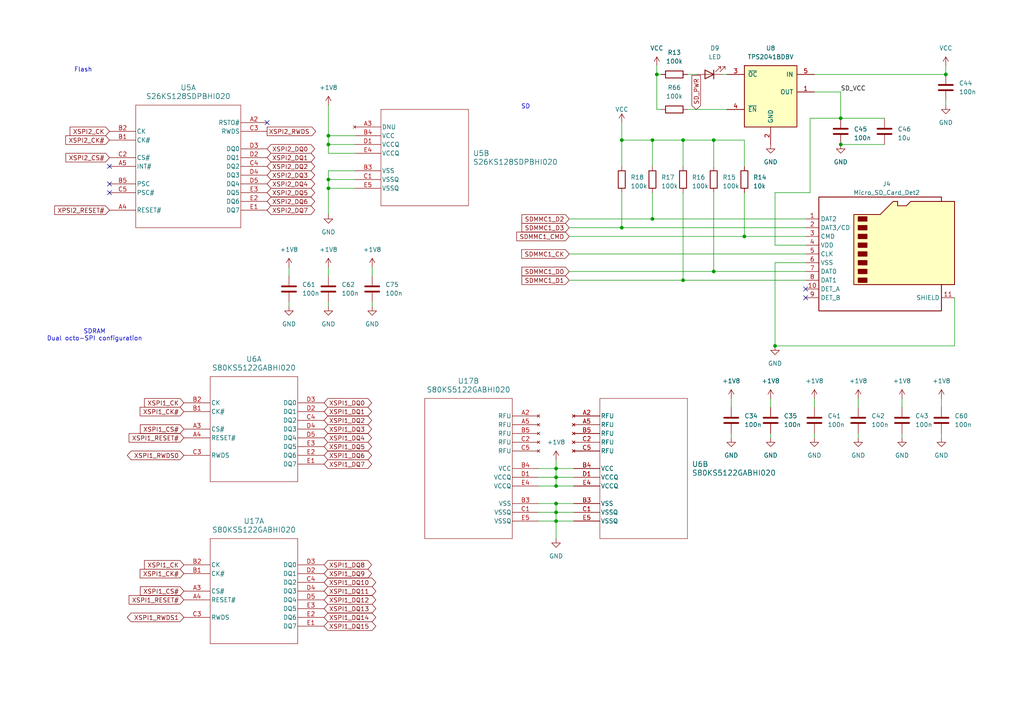
<source format=kicad_sch>
(kicad_sch (version 20231120) (generator "eeschema") (generator_version "8.0")
  (paper "A4")
  (lib_symbols
    (symbol "Connector:Micro_SD_Card_Det2"
      (property "Reference" "J" (at -16.51 17.78 0))
      (property "Value" "Micro_SD_Card_Det2" (at 16.51 17.78 0))
      (symbol "Micro_SD_Card_Det2_0_1"
        (rectangle (start -7.62 -6.985) (end -5.08 -8.255) (stroke (width 0.254)) (fill (type outline)))
        (rectangle (start -7.62 -4.445) (end -5.08 -5.715) (stroke (width 0.254)) (fill (type outline)))
        (rectangle (start -7.62 -1.905) (end -5.08 -3.175) (stroke (width 0.254)) (fill (type outline)))
        (rectangle (start -7.62 0.635) (end -5.08 -0.635) (stroke (width 0.254)) (fill (type outline)))
        (rectangle (start -7.62 3.175) (end -5.08 1.905) (stroke (width 0.254)) (fill (type outline)))
        (rectangle (start -7.62 5.715) (end -5.08 4.445) (stroke (width 0.254)) (fill (type outline)))
        (rectangle (start -7.62 8.255) (end -5.08 6.985) (stroke (width 0.254)) (fill (type outline)))
        (rectangle (start -7.62 10.795) (end -5.08 9.525) (stroke (width 0.254)) (fill (type outline)))
        (polyline (pts (xy 16.51 15.24) (xy 16.51 16.51) (xy -19.05 16.51) (xy -19.05 -16.51) (xy 16.51 -16.51) (xy 16.51 -8.89)) (stroke (width 0.254)))
        (polyline (pts (xy -8.89 -8.89) (xy -8.89 11.43) (xy -1.27 11.43) (xy 2.54 15.24) (xy 3.81 15.24) (xy 3.81 13.97) (xy 6.35 13.97) (xy 7.62 15.24) (xy 20.32 15.24) (xy 20.32 -8.89) (xy -8.89 -8.89)) (stroke (width 0.254)) (fill (type background)))
      )
      (symbol "Micro_SD_Card_Det2_1_1"
        (pin bidirectional line (at -22.86 10.16 0) (length 3.81) (name "DAT2") (number "1"))
        (pin passive line (at -22.86 -10.16 0) (length 3.81) (name "DET_A") (number "10"))
        (pin passive line (at 20.32 -12.7 180) (length 3.81) (name "SHIELD") (number "11"))
        (pin bidirectional line (at -22.86 7.62 0) (length 3.81) (name "DAT3/CD") (number "2"))
        (pin input line (at -22.86 5.08 0) (length 3.81) (name "CMD") (number "3"))
        (pin power_in line (at -22.86 2.54 0) (length 3.81) (name "VDD") (number "4"))
        (pin input line (at -22.86 0 0) (length 3.81) (name "CLK") (number "5"))
        (pin power_in line (at -22.86 -2.54 0) (length 3.81) (name "VSS") (number "6"))
        (pin bidirectional line (at -22.86 -5.08 0) (length 3.81) (name "DAT0") (number "7"))
        (pin bidirectional line (at -22.86 -7.62 0) (length 3.81) (name "DAT1") (number "8"))
        (pin passive line (at -22.86 -12.7 0) (length 3.81) (name "DET_B") (number "9"))
      )
    )
    (symbol "Device:C" (pin_numbers hide) (pin_names (offset 0.254))
      (property "Reference" "C" (at 0.635 2.54 0))
      (property "Value" "C" (at 0.635 -2.54 0))
      (symbol "C_0_1"
        (polyline (pts (xy -2.032 -0.762) (xy 2.032 -0.762)) (stroke (width 0.508)))
        (polyline (pts (xy -2.032 0.762) (xy 2.032 0.762)) (stroke (width 0.508)))
      )
      (symbol "C_1_1"
        (pin passive line (at 0 3.81 270) (length 2.794) (name "~") (number "1"))
        (pin passive line (at 0 -3.81 90) (length 2.794) (name "~") (number "2"))
      )
    )
    (symbol "Device:LED" (pin_numbers hide) (pin_names (offset 1.016) hide)
      (property "Reference" "D" (at 0 2.54 0))
      (property "Value" "LED" (at 0 -2.54 0))
      (symbol "LED_0_1"
        (polyline (pts (xy -1.27 -1.27) (xy -1.27 1.27)) (stroke (width 0.254)))
        (polyline (pts (xy -1.27 0) (xy 1.27 0)))
        (polyline (pts (xy 1.27 -1.27) (xy 1.27 1.27) (xy -1.27 0) (xy 1.27 -1.27)) (stroke (width 0.254)))
        (polyline (pts (xy -3.048 -0.762) (xy -4.572 -2.286) (xy -3.81 -2.286) (xy -4.572 -2.286) (xy -4.572 -1.524)))
        (polyline (pts (xy -1.778 -0.762) (xy -3.302 -2.286) (xy -2.54 -2.286) (xy -3.302 -2.286) (xy -3.302 -1.524)))
      )
      (symbol "LED_1_1"
        (pin passive line (at -3.81 0 0) (length 2.54) (name "K") (number "1"))
        (pin passive line (at 3.81 0 180) (length 2.54) (name "A") (number "2"))
      )
    )
    (symbol "Device:R" (pin_numbers hide) (pin_names (offset 0))
      (property "Reference" "R" (at 2.032 0 90))
      (property "Value" "R" (at 0 0 90))
      (symbol "R_0_1"
        (rectangle (start -1.016 -2.54) (end 1.016 2.54) (stroke (width 0.254)))
      )
      (symbol "R_1_1"
        (pin passive line (at 0 3.81 270) (length 1.27) (name "~") (number "1"))
        (pin passive line (at 0 -3.81 90) (length 1.27) (name "~") (number "2"))
      )
    )
    (symbol "GND_1" (power) (pin_numbers hide) (pin_names (offset 0) hide)
      (property "Value" "GND" (at 0 -3.81 0))
      (symbol "GND_1_0_1"
        (polyline (pts (xy 0 0) (xy 0 -1.27) (xy 1.27 -1.27) (xy 0 -2.54) (xy -1.27 -1.27) (xy 0 -1.27)))
      )
      (symbol "GND_1_1_1"
        (pin power_in line (at 0 0 270) (length 0) (name "~") (number "1"))
      )
    )
    (symbol "Infineon Flash:S26KS128SDPBHM020" (pin_names (offset 0.254))
      (property "Reference" "U" (at 22.86 12.7 0))
      (property "Value" "S26KS128SDPBHM020" (at 22.86 10.16 0))
      (symbol "S26KS128SDPBHM020_1_1"
        (polyline (pts (xy 7.62 -27.94) (xy 38.1 -27.94)) (stroke (width 0.127)))
        (polyline (pts (xy 7.62 7.62) (xy 7.62 -27.94)) (stroke (width 0.127)))
        (polyline (pts (xy 38.1 -27.94) (xy 38.1 7.62)) (stroke (width 0.127)))
        (polyline (pts (xy 38.1 7.62) (xy 7.62 7.62)) (stroke (width 0.127)))
        (pin output line (at 45.72 2.54 180) (length 7.62) (name "RSTO#") (number "A2"))
        (pin input line (at 0 -22.86 0) (length 7.62) (name "RESET#") (number "A4"))
        (pin input line (at 0 -10.16 0) (length 7.62) (name "INT#") (number "A5"))
        (pin input line (at 0 -2.54 0) (length 7.62) (name "CK#") (number "B1"))
        (pin input line (at 0 0 0) (length 7.62) (name "CK") (number "B2"))
        (pin input line (at 0 -15.24 0) (length 7.62) (name "PSC") (number "B5"))
        (pin input line (at 0 -7.62 0) (length 7.62) (name "CS#") (number "C2"))
        (pin output line (at 45.72 0 180) (length 7.62) (name "RWDS") (number "C3"))
        (pin bidirectional line (at 45.72 -10.16 180) (length 7.62) (name "DQ2") (number "C4"))
        (pin input line (at 0 -17.78 0) (length 7.62) (name "PSC#") (number "C5"))
        (pin bidirectional line (at 45.72 -7.62 180) (length 7.62) (name "DQ1") (number "D2"))
        (pin bidirectional line (at 45.72 -5.08 180) (length 7.62) (name "DQ0") (number "D3"))
        (pin bidirectional line (at 45.72 -12.7 180) (length 7.62) (name "DQ3") (number "D4"))
        (pin bidirectional line (at 45.72 -15.24 180) (length 7.62) (name "DQ4") (number "D5"))
        (pin bidirectional line (at 45.72 -22.86 180) (length 7.62) (name "DQ7") (number "E1"))
        (pin bidirectional line (at 45.72 -20.32 180) (length 7.62) (name "DQ6") (number "E2"))
        (pin bidirectional line (at 45.72 -17.78 180) (length 7.62) (name "DQ5") (number "E3"))
      )
      (symbol "S26KS128SDPBHM020_2_1"
        (polyline (pts (xy 7.62 -22.86) (xy 33.02 -22.86)) (stroke (width 0.127)))
        (polyline (pts (xy 7.62 5.08) (xy 7.62 -22.86)) (stroke (width 0.127)))
        (polyline (pts (xy 33.02 -22.86) (xy 33.02 5.08)) (stroke (width 0.127)))
        (polyline (pts (xy 33.02 5.08) (xy 7.62 5.08)) (stroke (width 0.127)))
        (pin no_connect line (at 0 0 0) (length 7.62) (name "DNU") (number "A3"))
        (pin power_out line (at 0 -12.7 0) (length 7.62) (name "VSS") (number "B3"))
        (pin power_in line (at 0 -2.54 0) (length 7.62) (name "VCC") (number "B4"))
        (pin power_out line (at 0 -15.24 0) (length 7.62) (name "VSSQ") (number "C1"))
        (pin power_in line (at 0 -5.08 0) (length 7.62) (name "VCCQ") (number "D1"))
        (pin power_in line (at 0 -7.62 0) (length 7.62) (name "VCCQ") (number "E4"))
        (pin power_out line (at 0 -17.78 0) (length 7.62) (name "VSSQ") (number "E5"))
      )
    )
    (symbol "Infineon HyperRAM:S80KS5122GABHI020" (pin_names (offset 0.254))
      (property "Reference" "U" (at 20.32 12.7 0))
      (property "Value" "S80KS5122GABHI020" (at 20.32 10.16 0))
      (symbol "S80KS5122GABHI020_1_1"
        (polyline (pts (xy 7.62 -22.86) (xy 33.02 -22.86)) (stroke (width 0.127)))
        (polyline (pts (xy 7.62 7.62) (xy 7.62 -22.86)) (stroke (width 0.127)))
        (polyline (pts (xy 33.02 -22.86) (xy 33.02 7.62)) (stroke (width 0.127)))
        (polyline (pts (xy 33.02 7.62) (xy 7.62 7.62)) (stroke (width 0.127)))
        (pin input line (at 0 -7.62 0) (length 7.62) (name "CS#") (number "A3"))
        (pin input line (at 0 -10.16 0) (length 7.62) (name "RESET#") (number "A4"))
        (pin input line (at 0 -2.54 0) (length 7.62) (name "CK#") (number "B1"))
        (pin input line (at 0 0 0) (length 7.62) (name "CK") (number "B2"))
        (pin bidirectional line (at 0 -15.24 0) (length 7.62) (name "RWDS") (number "C3"))
        (pin bidirectional line (at 40.64 -5.08 180) (length 7.62) (name "DQ2") (number "C4"))
        (pin bidirectional line (at 40.64 -2.54 180) (length 7.62) (name "DQ1") (number "D2"))
        (pin bidirectional line (at 40.64 0 180) (length 7.62) (name "DQ0") (number "D3"))
        (pin bidirectional line (at 40.64 -7.62 180) (length 7.62) (name "DQ3") (number "D4"))
        (pin bidirectional line (at 40.64 -10.16 180) (length 7.62) (name "DQ4") (number "D5"))
        (pin bidirectional line (at 40.64 -17.78 180) (length 7.62) (name "DQ7") (number "E1"))
        (pin bidirectional line (at 40.64 -15.24 180) (length 7.62) (name "DQ6") (number "E2"))
        (pin bidirectional line (at 40.64 -12.7 180) (length 7.62) (name "DQ5") (number "E3"))
      )
      (symbol "S80KS5122GABHI020_2_1"
        (polyline (pts (xy 7.62 -35.56) (xy 33.02 -35.56)) (stroke (width 0.127)))
        (polyline (pts (xy 7.62 5.08) (xy 7.62 -35.56)) (stroke (width 0.127)))
        (polyline (pts (xy 33.02 -35.56) (xy 33.02 5.08)) (stroke (width 0.127)))
        (polyline (pts (xy 33.02 5.08) (xy 7.62 5.08)) (stroke (width 0.127)))
        (pin no_connect line (at 0 0 0) (length 7.62) (name "RFU") (number "A2"))
        (pin no_connect line (at 0 -2.54 0) (length 7.62) (name "RFU") (number "A5"))
        (pin power_out line (at 0 -25.4 0) (length 7.62) (name "VSS") (number "B3"))
        (pin power_in line (at 0 -15.24 0) (length 7.62) (name "VCC") (number "B4"))
        (pin no_connect line (at 0 -5.08 0) (length 7.62) (name "RFU") (number "B5"))
        (pin power_out line (at 0 -27.94 0) (length 7.62) (name "VSSQ") (number "C1"))
        (pin no_connect line (at 0 -7.62 0) (length 7.62) (name "RFU") (number "C2"))
        (pin no_connect line (at 0 -10.16 0) (length 7.62) (name "RFU") (number "C5"))
        (pin power_in line (at 0 -17.78 0) (length 7.62) (name "VCCQ") (number "D1"))
        (pin power_in line (at 0 -20.32 0) (length 7.62) (name "VCCQ") (number "E4"))
        (pin power_out line (at 0 -30.48 0) (length 7.62) (name "VSSQ") (number "E5"))
      )
    )
    (symbol "Power_Management:TPS2041B" (pin_names (offset 1.016))
      (property "Reference" "U" (at 0 10.795 0))
      (property "Value" "TPS2041B" (at 0 8.89 0))
      (symbol "TPS2041B_0_1"
        (rectangle (start -7.62 7.62) (end 7.62 -10.16) (stroke (width 0.254)) (fill (type background)))
      )
      (symbol "TPS2041B_1_1"
        (pin power_out line (at 12.7 0 180) (length 5.08) (name "OUT") (number "1"))
        (pin power_in line (at 0 -15.24 90) (length 5.08) (name "GND") (number "2"))
        (pin open_collector line (at -12.7 5.08 0) (length 5.08) (name "~{OC}") (number "3"))
        (pin input line (at -12.7 -5.08 0) (length 5.08) (name "~{EN}") (number "4"))
        (pin power_in line (at 12.7 5.08 180) (length 5.08) (name "IN") (number "5"))
      )
    )
    (symbol "power:+1V8" (power) (pin_numbers hide) (pin_names (offset 0) hide)
      (property "Value" "+1V8" (at 0 3.556 0))
      (symbol "+1V8_0_1"
        (polyline (pts (xy -0.762 1.27) (xy 0 2.54)))
        (polyline (pts (xy 0 0) (xy 0 2.54)))
        (polyline (pts (xy 0 2.54) (xy 0.762 1.27)))
      )
      (symbol "+1V8_1_1"
        (pin power_in line (at 0 0 90) (length 0) (name "~") (number "1"))
      )
    )
    (symbol "power:GND" (power) (pin_names (offset 0))
      (property "Value" "GND" (at 0 -3.81 0))
      (symbol "GND_0_1"
        (polyline (pts (xy 0 0) (xy 0 -1.27) (xy 1.27 -1.27) (xy 0 -2.54) (xy -1.27 -1.27) (xy 0 -1.27)))
      )
      (symbol "GND_1_1"
        (pin power_in line (at 0 0 270) (length 0) hide (name "GND") (number "1"))
      )
    )
    (symbol "power:VCC" (power) (pin_names (offset 0))
      (property "Value" "VCC" (at 0 3.81 0))
      (symbol "VCC_0_1"
        (polyline (pts (xy -0.762 1.27) (xy 0 2.54)))
        (polyline (pts (xy 0 0) (xy 0 2.54)))
        (polyline (pts (xy 0 2.54) (xy 0.762 1.27)))
      )
      (symbol "VCC_1_1"
        (pin power_in line (at 0 0 90) (length 0) hide (name "VCC") (number "1"))
      )
    )
  )
  (junction (at 189.23 40.64))
  (junction (at 243.84 34.29))
  (junction (at 215.9 68.58))
  (junction (at 190.5 21.59))
  (junction (at 161.29 138.43))
  (junction (at 180.34 66.04))
  (junction (at 95.25 41.91))
  (junction (at 198.12 40.64))
  (junction (at 161.29 135.89))
  (junction (at 207.01 78.74))
  (junction (at 224.79 100.33))
  (junction (at 198.12 81.28))
  (junction (at 243.84 41.91))
  (junction (at 161.29 140.97))
  (junction (at 95.25 39.37))
  (junction (at 274.32 21.59))
  (junction (at 161.29 148.59))
  (junction (at 207.01 40.64))
  (junction (at 189.23 63.5))
  (junction (at 95.25 52.07))
  (junction (at 95.25 54.61))
  (junction (at 161.29 146.05))
  (junction (at 161.29 151.13))
  (junction (at 180.34 40.64))
  (no_connect (at 31.75 48.26))
  (no_connect (at 233.68 86.36))
  (no_connect (at 31.75 53.34))
  (no_connect (at 31.75 55.88))
  (no_connect (at 233.68 83.82))
  (no_connect (at 77.47 35.56))
  (wire (pts (xy 161.29 138.43) (xy 166.37 138.43)))
  (wire (pts (xy 156.21 148.59) (xy 161.29 148.59)))
  (wire (pts (xy 273.05 125.73) (xy 273.05 127)))
  (wire (pts (xy 224.79 76.2) (xy 224.79 100.33)))
  (wire (pts (xy 165.1 78.74) (xy 207.01 78.74)))
  (wire (pts (xy 165.1 63.5) (xy 189.23 63.5)))
  (wire (pts (xy 83.82 77.47) (xy 83.82 80.01)))
  (wire (pts (xy 243.84 34.29) (xy 256.54 34.29)))
  (wire (pts (xy 233.68 76.2) (xy 224.79 76.2)))
  (wire (pts (xy 190.5 31.75) (xy 191.77 31.75)))
  (wire (pts (xy 165.1 81.28) (xy 198.12 81.28)))
  (wire (pts (xy 95.25 54.61) (xy 95.25 62.23)))
  (wire (pts (xy 199.39 21.59) (xy 201.93 21.59)))
  (wire (pts (xy 165.1 73.66) (xy 233.68 73.66)))
  (wire (pts (xy 273.05 115.57) (xy 273.05 118.11)))
  (wire (pts (xy 236.22 26.67) (xy 243.84 26.67)))
  (wire (pts (xy 215.9 55.88) (xy 215.9 68.58)))
  (wire (pts (xy 189.23 55.88) (xy 189.23 63.5)))
  (wire (pts (xy 261.62 125.73) (xy 261.62 127)))
  (wire (pts (xy 161.29 146.05) (xy 161.29 148.59)))
  (wire (pts (xy 224.79 55.88) (xy 224.79 71.12)))
  (wire (pts (xy 180.34 35.56) (xy 180.34 40.64)))
  (wire (pts (xy 180.34 66.04) (xy 233.68 66.04)))
  (wire (pts (xy 189.23 63.5) (xy 233.68 63.5)))
  (wire (pts (xy 236.22 125.73) (xy 236.22 127)))
  (wire (pts (xy 190.5 19.05) (xy 190.5 21.59)))
  (wire (pts (xy 102.87 39.37) (xy 95.25 39.37)))
  (wire (pts (xy 95.25 39.37) (xy 95.25 30.48)))
  (wire (pts (xy 198.12 81.28) (xy 233.68 81.28)))
  (wire (pts (xy 161.29 133.35) (xy 161.29 135.89)))
  (wire (pts (xy 102.87 44.45) (xy 95.25 44.45)))
  (wire (pts (xy 276.86 100.33) (xy 224.79 100.33)))
  (wire (pts (xy 107.95 87.63) (xy 107.95 88.9)))
  (wire (pts (xy 207.01 55.88) (xy 207.01 78.74)))
  (wire (pts (xy 95.25 54.61) (xy 102.87 54.61)))
  (wire (pts (xy 223.52 115.57) (xy 223.52 118.11)))
  (wire (pts (xy 161.29 148.59) (xy 166.37 148.59)))
  (wire (pts (xy 234.95 55.88) (xy 224.79 55.88)))
  (wire (pts (xy 189.23 48.26) (xy 189.23 40.64)))
  (wire (pts (xy 189.23 40.64) (xy 198.12 40.64)))
  (wire (pts (xy 95.25 52.07) (xy 95.25 54.61)))
  (wire (pts (xy 223.52 125.73) (xy 223.52 127)))
  (wire (pts (xy 276.86 86.36) (xy 276.86 100.33)))
  (wire (pts (xy 95.25 52.07) (xy 102.87 52.07)))
  (wire (pts (xy 161.29 138.43) (xy 161.29 140.97)))
  (wire (pts (xy 198.12 40.64) (xy 198.12 48.26)))
  (wire (pts (xy 156.21 135.89) (xy 161.29 135.89)))
  (wire (pts (xy 234.95 34.29) (xy 234.95 55.88)))
  (wire (pts (xy 198.12 55.88) (xy 198.12 81.28)))
  (wire (pts (xy 212.09 125.73) (xy 212.09 127)))
  (wire (pts (xy 165.1 66.04) (xy 180.34 66.04)))
  (wire (pts (xy 190.5 21.59) (xy 190.5 31.75)))
  (wire (pts (xy 156.21 151.13) (xy 161.29 151.13)))
  (wire (pts (xy 161.29 140.97) (xy 156.21 140.97)))
  (wire (pts (xy 156.21 138.43) (xy 161.29 138.43)))
  (wire (pts (xy 248.92 125.73) (xy 248.92 127)))
  (wire (pts (xy 207.01 40.64) (xy 215.9 40.64)))
  (wire (pts (xy 165.1 68.58) (xy 215.9 68.58)))
  (wire (pts (xy 156.21 146.05) (xy 161.29 146.05)))
  (wire (pts (xy 161.29 135.89) (xy 161.29 138.43)))
  (wire (pts (xy 161.29 151.13) (xy 166.37 151.13)))
  (wire (pts (xy 233.68 71.12) (xy 224.79 71.12)))
  (wire (pts (xy 95.25 41.91) (xy 95.25 39.37)))
  (wire (pts (xy 212.09 115.57) (xy 212.09 118.11)))
  (wire (pts (xy 180.34 40.64) (xy 189.23 40.64)))
  (wire (pts (xy 95.25 44.45) (xy 95.25 41.91)))
  (wire (pts (xy 243.84 26.67) (xy 243.84 34.29)))
  (wire (pts (xy 95.25 77.47) (xy 95.25 80.01)))
  (wire (pts (xy 180.34 55.88) (xy 180.34 66.04)))
  (wire (pts (xy 95.25 49.53) (xy 95.25 52.07)))
  (wire (pts (xy 102.87 41.91) (xy 95.25 41.91)))
  (wire (pts (xy 207.01 78.74) (xy 233.68 78.74)))
  (wire (pts (xy 161.29 135.89) (xy 166.37 135.89)))
  (wire (pts (xy 243.84 34.29) (xy 234.95 34.29)))
  (wire (pts (xy 199.39 31.75) (xy 210.82 31.75)))
  (wire (pts (xy 207.01 40.64) (xy 207.01 48.26)))
  (wire (pts (xy 209.55 21.59) (xy 210.82 21.59)))
  (wire (pts (xy 161.29 140.97) (xy 166.37 140.97)))
  (wire (pts (xy 190.5 21.59) (xy 191.77 21.59)))
  (wire (pts (xy 83.82 87.63) (xy 83.82 88.9)))
  (wire (pts (xy 215.9 68.58) (xy 233.68 68.58)))
  (wire (pts (xy 198.12 40.64) (xy 207.01 40.64)))
  (wire (pts (xy 95.25 87.63) (xy 95.25 88.9)))
  (wire (pts (xy 161.29 148.59) (xy 161.29 151.13)))
  (wire (pts (xy 236.22 115.57) (xy 236.22 118.11)))
  (wire (pts (xy 274.32 19.05) (xy 274.32 21.59)))
  (wire (pts (xy 243.84 41.91) (xy 256.54 41.91)))
  (wire (pts (xy 236.22 21.59) (xy 274.32 21.59)))
  (wire (pts (xy 261.62 115.57) (xy 261.62 118.11)))
  (wire (pts (xy 107.95 77.47) (xy 107.95 80.01)))
  (wire (pts (xy 274.32 29.21) (xy 274.32 30.48)))
  (wire (pts (xy 102.87 49.53) (xy 95.25 49.53)))
  (wire (pts (xy 161.29 146.05) (xy 166.37 146.05)))
  (wire (pts (xy 180.34 40.64) (xy 180.34 48.26)))
  (wire (pts (xy 215.9 48.26) (xy 215.9 40.64)))
  (wire (pts (xy 248.92 115.57) (xy 248.92 118.11)))
  (wire (pts (xy 161.29 151.13) (xy 161.29 156.21)))
  (text "SDRAM\nDual octo-SPI configuration" (at 27.432 97.282 0) (effects (font (size 1.27 1.27))))
  (text "Flash" (at 24.13 20.32 0) (effects (font (size 1.27 1.27))))
  (text "SD" (at 151.13 31.75 0) (effects (font (size 1.27 1.27)) (justify left bottom)))
  (label "SD_VCC" (at 243.84 26.67 0))
  (global_label "XSPI2_RWDS" (shape output) (at 77.47 38.1 0) (property "Intersheetrefs" "${INTERSHEET_REFS}" (effects (hide yes))))
  (global_label "XSPI1_DQ10" (shape bidirectional) (at 93.98 168.91 0) (property "Intersheetrefs" "${INTERSHEET_REFS}" (effects (hide yes))))
  (global_label "XSPI1_DQ12" (shape bidirectional) (at 93.98 173.99 0) (property "Intersheetrefs" "${INTERSHEET_REFS}" (effects (hide yes))))
  (global_label "XSPI1_DQ4" (shape bidirectional) (at 93.98 127 0) (property "Intersheetrefs" "${INTERSHEET_REFS}" (effects (hide yes))))
  (global_label "XSPI1_DQ9" (shape bidirectional) (at 93.98 166.37 0) (property "Intersheetrefs" "${INTERSHEET_REFS}" (effects (hide yes))))
  (global_label "XSPI1_RESET#" (shape input) (at 53.34 127 180) (property "Intersheetrefs" "${INTERSHEET_REFS}" (effects (hide yes))))
  (global_label "XSPI1_CK" (shape input) (at 53.34 116.84 180) (property "Intersheetrefs" "${INTERSHEET_REFS}" (effects (hide yes))))
  (global_label "XSPI2_DQ5" (shape bidirectional) (at 77.47 55.88 0) (property "Intersheetrefs" "${INTERSHEET_REFS}" (effects (hide yes))))
  (global_label "SDMMC1_D0" (shape input) (at 165.1 78.74 180) (property "Intersheetrefs" "${INTERSHEET_REFS}" (effects (hide yes))))
  (global_label "SDMMC1_D1" (shape input) (at 165.1 81.28 180) (property "Intersheetrefs" "${INTERSHEET_REFS}" (effects (hide yes))))
  (global_label "XSPI1_DQ7" (shape bidirectional) (at 93.98 134.62 0) (property "Intersheetrefs" "${INTERSHEET_REFS}" (effects (hide yes))))
  (global_label "XSPI1_DQ0" (shape bidirectional) (at 93.98 116.84 0) (property "Intersheetrefs" "${INTERSHEET_REFS}" (effects (hide yes))))
  (global_label "XSPI1_DQ15" (shape bidirectional) (at 93.98 181.61 0) (property "Intersheetrefs" "${INTERSHEET_REFS}" (effects (hide yes))))
  (global_label "XSPI2_DQ4" (shape bidirectional) (at 77.47 53.34 0) (property "Intersheetrefs" "${INTERSHEET_REFS}" (effects (hide yes))))
  (global_label "XPSI2_RESET#" (shape input) (at 31.75 60.96 180) (property "Intersheetrefs" "${INTERSHEET_REFS}" (effects (hide yes))))
  (global_label "XSPI1_CS#" (shape input) (at 53.34 124.46 180) (property "Intersheetrefs" "${INTERSHEET_REFS}" (effects (hide yes))))
  (global_label "XSPI1_DQ2" (shape bidirectional) (at 93.98 121.92 0) (property "Intersheetrefs" "${INTERSHEET_REFS}" (effects (hide yes))))
  (global_label "SD_PWR" (shape input) (at 201.93 31.75 90) (property "Intersheetrefs" "${INTERSHEET_REFS}" (effects (hide yes))))
  (global_label "XSPI1_DQ5" (shape bidirectional) (at 93.98 129.54 0) (property "Intersheetrefs" "${INTERSHEET_REFS}" (effects (hide yes))))
  (global_label "XSPI2_DQ3" (shape bidirectional) (at 77.47 50.8 0) (property "Intersheetrefs" "${INTERSHEET_REFS}" (effects (hide yes))))
  (global_label "XSPI1_DQ3" (shape bidirectional) (at 93.98 124.46 0) (property "Intersheetrefs" "${INTERSHEET_REFS}" (effects (hide yes))))
  (global_label "XSPI1_CK#" (shape input) (at 53.34 166.37 180) (property "Intersheetrefs" "${INTERSHEET_REFS}" (effects (hide yes))))
  (global_label "XSPI2_CK#" (shape input) (at 31.75 40.64 180) (property "Intersheetrefs" "${INTERSHEET_REFS}" (effects (hide yes))))
  (global_label "XSPI2_DQ6" (shape bidirectional) (at 77.47 58.42 0) (property "Intersheetrefs" "${INTERSHEET_REFS}" (effects (hide yes))))
  (global_label "XSPI1_CK#" (shape input) (at 53.34 119.38 180) (property "Intersheetrefs" "${INTERSHEET_REFS}" (effects (hide yes))))
  (global_label "SDMMC1_D3" (shape input) (at 165.1 66.04 180) (property "Intersheetrefs" "${INTERSHEET_REFS}" (effects (hide yes))))
  (global_label "XSPI1_DQ14" (shape bidirectional) (at 93.98 179.07 0) (property "Intersheetrefs" "${INTERSHEET_REFS}" (effects (hide yes))))
  (global_label "XSPI1_CK" (shape input) (at 53.34 163.83 180) (property "Intersheetrefs" "${INTERSHEET_REFS}" (effects (hide yes))))
  (global_label "XSPI2_DQ2" (shape bidirectional) (at 77.47 48.26 0) (property "Intersheetrefs" "${INTERSHEET_REFS}" (effects (hide yes))))
  (global_label "XSPI1_DQ6" (shape bidirectional) (at 93.98 132.08 0) (property "Intersheetrefs" "${INTERSHEET_REFS}" (effects (hide yes))))
  (global_label "XSPI2_DQ0" (shape bidirectional) (at 77.47 43.18 0) (property "Intersheetrefs" "${INTERSHEET_REFS}" (effects (hide yes))))
  (global_label "XSPI1_DQ13" (shape bidirectional) (at 93.98 176.53 0) (property "Intersheetrefs" "${INTERSHEET_REFS}" (effects (hide yes))))
  (global_label "SDMMC1_D2" (shape input) (at 165.1 63.5 180) (property "Intersheetrefs" "${INTERSHEET_REFS}" (effects (hide yes))))
  (global_label "XSPI2_DQ7" (shape bidirectional) (at 77.47 60.96 0) (property "Intersheetrefs" "${INTERSHEET_REFS}" (effects (hide yes))))
  (global_label "XSPI1_RWDS0" (shape bidirectional) (at 53.34 132.08 180) (property "Intersheetrefs" "${INTERSHEET_REFS}" (effects (hide yes))))
  (global_label "XSPI2_DQ1" (shape bidirectional) (at 77.47 45.72 0) (property "Intersheetrefs" "${INTERSHEET_REFS}" (effects (hide yes))))
  (global_label "XSPI1_CS#" (shape input) (at 53.34 171.45 180) (property "Intersheetrefs" "${INTERSHEET_REFS}" (effects (hide yes))))
  (global_label "XSPI1_RESET#" (shape input) (at 53.34 173.99 180) (property "Intersheetrefs" "${INTERSHEET_REFS}" (effects (hide yes))))
  (global_label "SDMMC1_CK" (shape input) (at 165.1 73.66 180) (property "Intersheetrefs" "${INTERSHEET_REFS}" (effects (hide yes))))
  (global_label "XSPI1_DQ11" (shape bidirectional) (at 93.98 171.45 0) (property "Intersheetrefs" "${INTERSHEET_REFS}" (effects (hide yes))))
  (global_label "SDMMC1_CMD" (shape input) (at 165.1 68.58 180) (property "Intersheetrefs" "${INTERSHEET_REFS}" (effects (hide yes))))
  (global_label "XSPI2_CK" (shape input) (at 31.75 38.1 180) (property "Intersheetrefs" "${INTERSHEET_REFS}" (effects (hide yes))))
  (global_label "XSPI2_CS#" (shape input) (at 31.75 45.72 180) (property "Intersheetrefs" "${INTERSHEET_REFS}" (effects (hide yes))))
  (global_label "XSPI1_DQ8" (shape bidirectional) (at 93.98 163.83 0) (property "Intersheetrefs" "${INTERSHEET_REFS}" (effects (hide yes))))
  (global_label "XSPI1_DQ1" (shape bidirectional) (at 93.98 119.38 0) (property "Intersheetrefs" "${INTERSHEET_REFS}" (effects (hide yes))))
  (global_label "XSPI1_RWDS1" (shape bidirectional) (at 53.34 179.07 180) (property "Intersheetrefs" "${INTERSHEET_REFS}" (effects (hide yes))))
  (symbol (lib_id "power:GND") (at 236.22 127 0) (unit 1)
    (property "Reference" "#PWR0180" (effects (hide yes)))
    (property "Value" "GND" (at 236.22 132.08 0))
  )
  (symbol (lib_id "Device:R") (at 207.01 52.07 0) (unit 1)
    (property "Reference" "R15" (at 209.55 51.435 0) (effects (justify left)))
    (property "Value" "100k" (at 209.55 53.975 0) (effects (justify left)))
    (property "Footprint" "Resistor_SMD:R_0603_1608Metric" (effects (hide yes)))
  )
  (symbol (lib_id "power:+1V8") (at 273.05 115.57 0) (unit 1)
    (property "Reference" "#PWR0185" (effects (hide yes)))
    (property "Value" "+1V8" (at 273.05 110.49 0))
    (property "Description" "Power symbol creates a global label with name \"+1V8\"" (effects (hide yes)))
  )
  (symbol (lib_id "power:+1V8") (at 261.62 115.57 0) (unit 1)
    (property "Reference" "#PWR0183" (effects (hide yes)))
    (property "Value" "+1V8" (at 261.62 110.49 0))
    (property "Description" "Power symbol creates a global label with name \"+1V8\"" (effects (hide yes)))
  )
  (symbol (lib_id "Device:C") (at 256.54 38.1 0) (unit 1)
    (property "Reference" "C46" (at 260.35 37.465 0) (effects (justify left)))
    (property "Value" "10u" (at 260.35 40.005 0) (effects (justify left)))
    (property "Footprint" "Capacitor_SMD:C_0805_2012Metric" (effects (hide yes)))
  )
  (symbol (lib_id "Device:C") (at 83.82 83.82 0) (unit 1)
    (property "Reference" "C61" (at 87.63 82.55 0) (effects (justify left)))
    (property "Value" "100n" (at 87.63 85.09 0) (effects (justify left)))
    (property "Footprint" "Capacitor_SMD:C_0603_1608Metric" (effects (hide yes)))
  )
  (symbol (lib_id "Power_Management:TPS2041B") (at 223.52 26.67 0) (unit 1)
    (property "Reference" "U8" (at 223.52 13.97 0))
    (property "Value" "TPS2041BDBV" (at 223.52 16.51 0))
    (property "Footprint" "Package_TO_SOT_SMD:SOT-23-5" (effects (hide yes)))
    (property "Datasheet" "http://www.ti.com/lit/ds/symlink/tps2041.pdf" (effects (hide yes)))
  )
  (symbol (lib_id "power:GND") (at 212.09 127 0) (unit 1)
    (property "Reference" "#PWR036" (effects (hide yes)))
    (property "Value" "GND" (at 212.09 132.08 0))
  )
  (symbol (lib_id "power:+1V8") (at 83.82 77.47 0) (unit 1)
    (property "Reference" "#PWR0187" (effects (hide yes)))
    (property "Value" "+1V8" (at 83.82 72.39 0))
    (property "Description" "Power symbol creates a global label with name \"+1V8\"" (effects (hide yes)))
  )
  (symbol (lib_id "Device:C") (at 248.92 121.92 0) (unit 1)
    (property "Reference" "C42" (at 252.73 120.65 0) (effects (justify left)))
    (property "Value" "100n" (at 252.73 123.19 0) (effects (justify left)))
    (property "Footprint" "Capacitor_SMD:C_0603_1608Metric" (effects (hide yes)))
  )
  (symbol (lib_id "Device:C") (at 243.84 38.1 0) (unit 1)
    (property "Reference" "C45" (at 247.65 37.465 0) (effects (justify left)))
    (property "Value" "100n" (at 247.65 40.005 0) (effects (justify left)))
    (property "Footprint" "Capacitor_SMD:C_0603_1608Metric" (effects (hide yes)))
  )
  (symbol (lib_id "Device:R") (at 198.12 52.07 0) (unit 1)
    (property "Reference" "R16" (at 200.66 51.435 0) (effects (justify left)))
    (property "Value" "100k" (at 200.66 53.975 0) (effects (justify left)))
    (property "Footprint" "Resistor_SMD:R_0603_1608Metric" (effects (hide yes)))
  )
  (symbol (lib_id "Infineon HyperRAM:S80KS5122GABHI020") (at 53.34 163.83 0) (unit 1)
    (property "Reference" "U17" (at 73.66 151.13 0) (effects (font (size 1.524 1.524))))
    (property "Value" "S80KS5122GABHI020" (at 73.66 153.67 0) (effects (font (size 1.524 1.524))))
    (property "Footprint" "STM32H7S7:PG-BGA-24-801" (effects (hide yes)))
    (property "Datasheet" "S80KS5122GABHI020" (effects (hide yes)))
  )
  (symbol (lib_id "power:VCC") (at 274.32 19.05 0) (unit 1)
    (property "Reference" "#PWR021" (effects (hide yes)))
    (property "Value" "VCC" (at 274.32 13.97 0))
  )
  (symbol (lib_id "Device:C") (at 107.95 83.82 0) (unit 1)
    (property "Reference" "C75" (at 111.76 82.55 0) (effects (justify left)))
    (property "Value" "100n" (at 111.76 85.09 0) (effects (justify left)))
    (property "Footprint" "Capacitor_SMD:C_0603_1608Metric" (effects (hide yes)))
  )
  (symbol (lib_id "power:GND") (at 223.52 41.91 0) (unit 1)
    (property "Reference" "#PWR027" (effects (hide yes)))
    (property "Value" "GND" (at 223.52 46.99 0))
  )
  (symbol (lib_id "power:+1V8") (at 212.09 115.57 0) (unit 1)
    (property "Reference" "#PWR035" (effects (hide yes)))
    (property "Value" "+1V8" (at 212.09 110.49 0))
    (property "Description" "Power symbol creates a global label with name \"+1V8\"" (effects (hide yes)))
  )
  (symbol (lib_id "power:GND") (at 83.82 88.9 0) (unit 1)
    (property "Reference" "#PWR0188" (effects (hide yes)))
    (property "Value" "GND" (at 83.82 93.98 0))
  )
  (symbol (lib_id "power:+1V8") (at 236.22 115.57 0) (unit 1)
    (property "Reference" "#PWR0179" (effects (hide yes)))
    (property "Value" "+1V8" (at 236.22 110.49 0))
    (property "Description" "Power symbol creates a global label with name \"+1V8\"" (effects (hide yes)))
  )
  (symbol (lib_id "Device:C") (at 95.25 83.82 0) (unit 1)
    (property "Reference" "C62" (at 99.06 82.55 0) (effects (justify left)))
    (property "Value" "100n" (at 99.06 85.09 0) (effects (justify left)))
    (property "Footprint" "Capacitor_SMD:C_0603_1608Metric" (effects (hide yes)))
  )
  (symbol (lib_id "power:GND") (at 248.92 127 0) (unit 1)
    (property "Reference" "#PWR0182" (effects (hide yes)))
    (property "Value" "GND" (at 248.92 132.08 0))
  )
  (symbol (lib_id "Infineon Flash:S26KS128SDPBHM020") (at 102.87 36.83 0) (unit 2)
    (property "Reference" "U5" (at 137.16 44.4499 0) (effects (font (size 1.524 1.524)) (justify left)))
    (property "Value" "S26KS128SDPBHI020" (at 137.16 46.9899 0) (effects (font (size 1.524 1.524)) (justify left)))
    (property "Footprint" "STM32H7S7:BGA24_S26KS512SDPBHI020_CYP_INF" (effects (hide yes)))
    (property "Datasheet" "S26KS128SDPBHM020" (effects (hide yes)))
  )
  (symbol (lib_id "power:+1V8") (at 248.92 115.57 0) (unit 1)
    (property "Reference" "#PWR0181" (effects (hide yes)))
    (property "Value" "+1V8" (at 248.92 110.49 0))
    (property "Description" "Power symbol creates a global label with name \"+1V8\"" (effects (hide yes)))
  )
  (symbol (lib_id "Connector:Micro_SD_Card_Det2") (at 256.54 73.66 0) (unit 1)
    (property "Reference" "J4" (at 257.175 53.34 0))
    (property "Value" "Micro_SD_Card_Det2" (at 257.175 55.88 0))
    (property "Footprint" "Connector_Card:microSD_HC_Molex_104031-0811" (effects (hide yes)))
    (property "Datasheet" "https://www.hirose.com/en/product/document?clcode=&productname=&series=DM3&documenttype=Catalog&lang=en&documentid=D49662_en" (effects (hide yes)))
  )
  (symbol (lib_id "Device:C") (at 212.09 121.92 0) (unit 1)
    (property "Reference" "C34" (at 215.9 120.65 0) (effects (justify left)))
    (property "Value" "100n" (at 215.9 123.19 0) (effects (justify left)))
    (property "Footprint" "Capacitor_SMD:C_0603_1608Metric" (effects (hide yes)))
  )
  (symbol (lib_id "Device:C") (at 273.05 121.92 0) (unit 1)
    (property "Reference" "C60" (at 276.86 120.65 0) (effects (justify left)))
    (property "Value" "100n" (at 276.86 123.19 0) (effects (justify left)))
    (property "Footprint" "Capacitor_SMD:C_0603_1608Metric" (effects (hide yes)))
  )
  (symbol (lib_id "power:GND") (at 243.84 41.91 0) (unit 1)
    (property "Reference" "#PWR023" (effects (hide yes)))
    (property "Value" "GND" (at 243.84 46.99 0))
  )
  (symbol (lib_id "Device:C") (at 223.52 121.92 0) (unit 1)
    (property "Reference" "C35" (at 227.33 120.65 0) (effects (justify left)))
    (property "Value" "100n" (at 227.33 123.19 0) (effects (justify left)))
    (property "Footprint" "Capacitor_SMD:C_0603_1608Metric" (effects (hide yes)))
  )
  (symbol (lib_id "power:VCC") (at 180.34 35.56 0) (unit 1)
    (property "Reference" "#PWR022" (effects (hide yes)))
    (property "Value" "VCC" (at 180.34 31.75 0))
  )
  (symbol (lib_id "power:GND") (at 224.79 100.33 0) (unit 1)
    (property "Reference" "#PWR020" (effects (hide yes)))
    (property "Value" "GND" (at 224.79 105.41 0))
  )
  (symbol (lib_id "Infineon HyperRAM:S80KS5122GABHI020") (at 166.37 120.65 0) (unit 2)
    (property "Reference" "U6" (at 200.66 134.6199 0) (effects (font (size 1.524 1.524)) (justify left)))
    (property "Value" "S80KS5122GABHI020" (at 200.66 137.1599 0) (effects (font (size 1.524 1.524)) (justify left)))
    (property "Footprint" "STM32H7S7:PG-BGA-24-801" (effects (hide yes)))
    (property "Datasheet" "S80KS5122GABHI020" (effects (hide yes)))
  )
  (symbol (lib_id "power:GND") (at 107.95 88.9 0) (unit 1)
    (property "Reference" "#PWR0192" (effects (hide yes)))
    (property "Value" "GND" (at 107.95 93.98 0))
  )
  (symbol (lib_id "Infineon Flash:S26KS128SDPBHM020") (at 31.75 38.1 0) (unit 1)
    (property "Reference" "U5" (at 54.61 25.4 0) (effects (font (size 1.524 1.524))))
    (property "Value" "S26KS128SDPBHI020" (at 54.61 27.94 0) (effects (font (size 1.524 1.524))))
    (property "Footprint" "STM32H7S7:BGA24_S26KS512SDPBHI020_CYP_INF" (effects (hide yes)))
    (property "Datasheet" "S26KS128SDPBHM020" (effects (hide yes)))
  )
  (symbol (lib_id "Infineon HyperRAM:S80KS5122GABHI020") (at 156.21 120.65 0) (mirror y) (unit 2)
    (property "Reference" "U17" (at 135.89 110.49 0) (effects (font (size 1.524 1.524))))
    (property "Value" "S80KS5122GABHI020" (at 135.89 113.03 0) (effects (font (size 1.524 1.524))))
    (property "Footprint" "STM32H7S7:PG-BGA-24-801" (effects (hide yes)))
    (property "Datasheet" "S80KS5122GABHI020" (effects (hide yes)))
  )
  (symbol (lib_id "Device:R") (at 180.34 52.07 0) (unit 1)
    (property "Reference" "R18" (at 182.88 51.435 0) (effects (justify left)))
    (property "Value" "100k" (at 182.88 53.975 0) (effects (justify left)))
    (property "Footprint" "Resistor_SMD:R_0603_1608Metric" (effects (hide yes)))
  )
  (symbol (lib_id "power:GND") (at 273.05 127 0) (unit 1)
    (property "Reference" "#PWR0186" (effects (hide yes)))
    (property "Value" "GND" (at 273.05 132.08 0))
  )
  (symbol (lib_id "Device:R") (at 195.58 31.75 90) (unit 1)
    (property "Reference" "R66" (at 195.58 25.4 90))
    (property "Value" "100k" (at 195.58 27.94 90))
    (property "Footprint" "Resistor_SMD:R_0603_1608Metric" (effects (hide yes)))
  )
  (symbol (lib_id "Device:C") (at 261.62 121.92 0) (unit 1)
    (property "Reference" "C43" (at 265.43 120.65 0) (effects (justify left)))
    (property "Value" "100n" (at 265.43 123.19 0) (effects (justify left)))
    (property "Footprint" "Capacitor_SMD:C_0603_1608Metric" (effects (hide yes)))
  )
  (symbol (lib_name "GND_1") (lib_id "power:GND") (at 161.29 156.21 0) (unit 1)
    (property "Reference" "#PWR016" (effects (hide yes)))
    (property "Value" "GND" (at 161.29 161.29 0))
    (property "Description" "Power symbol creates a global label with name \"GND\" , ground" (effects (hide yes)))
  )
  (symbol (lib_id "power:+1V8") (at 95.25 30.48 0) (unit 1)
    (property "Reference" "#PWR07" (effects (hide yes)))
    (property "Value" "+1V8" (at 95.25 25.4 0))
    (property "Description" "Power symbol creates a global label with name \"+1V8\"" (effects (hide yes)))
  )
  (symbol (lib_id "power:GND") (at 95.25 88.9 0) (unit 1)
    (property "Reference" "#PWR0190" (effects (hide yes)))
    (property "Value" "GND" (at 95.25 93.98 0))
  )
  (symbol (lib_id "Device:R") (at 195.58 21.59 90) (unit 1)
    (property "Reference" "R13" (at 195.58 15.24 90))
    (property "Value" "100k" (at 195.58 17.78 90))
    (property "Footprint" "Resistor_SMD:R_0603_1608Metric" (effects (hide yes)))
  )
  (symbol (lib_id "power:GND") (at 261.62 127 0) (unit 1)
    (property "Reference" "#PWR0184" (effects (hide yes)))
    (property "Value" "GND" (at 261.62 132.08 0))
  )
  (symbol (lib_id "power:+1V8") (at 223.52 115.57 0) (unit 1)
    (property "Reference" "#PWR039" (effects (hide yes)))
    (property "Value" "+1V8" (at 223.52 110.49 0))
    (property "Description" "Power symbol creates a global label with name \"+1V8\"" (effects (hide yes)))
  )
  (symbol (lib_id "Device:R") (at 189.23 52.07 0) (unit 1)
    (property "Reference" "R17" (at 191.77 51.435 0) (effects (justify left)))
    (property "Value" "100k" (at 191.77 53.975 0) (effects (justify left)))
    (property "Footprint" "Resistor_SMD:R_0603_1608Metric" (effects (hide yes)))
  )
  (symbol (lib_id "power:GND") (at 274.32 30.48 0) (unit 1)
    (property "Reference" "#PWR028" (effects (hide yes)))
    (property "Value" "GND" (at 274.32 35.56 0))
  )
  (symbol (lib_id "power:+1V8") (at 95.25 77.47 0) (unit 1)
    (property "Reference" "#PWR0189" (effects (hide yes)))
    (property "Value" "+1V8" (at 95.25 72.39 0))
    (property "Description" "Power symbol creates a global label with name \"+1V8\"" (effects (hide yes)))
  )
  (symbol (lib_name "GND_1") (lib_id "power:GND") (at 95.25 62.23 0) (unit 1)
    (property "Reference" "#PWR014" (effects (hide yes)))
    (property "Value" "GND" (at 95.25 67.31 0))
    (property "Description" "Power symbol creates a global label with name \"GND\" , ground" (effects (hide yes)))
  )
  (symbol (lib_id "Infineon HyperRAM:S80KS5122GABHI020") (at 53.34 116.84 0) (unit 1)
    (property "Reference" "U6" (at 73.66 104.14 0) (effects (font (size 1.524 1.524))))
    (property "Value" "S80KS5122GABHI020" (at 73.66 106.68 0) (effects (font (size 1.524 1.524))))
    (property "Footprint" "STM32H7S7:PG-BGA-24-801" (effects (hide yes)))
    (property "Datasheet" "S80KS5122GABHI020" (effects (hide yes)))
  )
  (symbol (lib_id "Device:C") (at 274.32 25.4 0) (unit 1)
    (property "Reference" "C44" (at 278.13 24.13 0) (effects (justify left)))
    (property "Value" "100n" (at 278.13 26.67 0) (effects (justify left)))
    (property "Footprint" "Capacitor_SMD:C_0603_1608Metric" (effects (hide yes)))
  )
  (symbol (lib_id "Device:LED") (at 205.74 21.59 180) (unit 1)
    (property "Reference" "D9" (at 207.3275 13.97 0))
    (property "Value" "LED" (at 207.3275 16.51 0))
    (property "Footprint" "LED_SMD:LED_0603_1608Metric" (effects (hide yes)))
  )
  (symbol (lib_id "power:+1V8") (at 161.29 133.35 0) (unit 1)
    (property "Reference" "#PWR015" (effects (hide yes)))
    (property "Value" "+1V8" (at 161.29 128.27 0))
    (property "Description" "Power symbol creates a global label with name \"+1V8\"" (effects (hide yes)))
  )
  (symbol (lib_id "Device:R") (at 215.9 52.07 0) (unit 1)
    (property "Reference" "R14" (at 218.44 51.435 0) (effects (justify left)))
    (property "Value" "10k" (at 218.44 53.975 0) (effects (justify left)))
    (property "Footprint" "Resistor_SMD:R_0603_1608Metric" (effects (hide yes)))
  )
  (symbol (lib_id "Device:C") (at 236.22 121.92 0) (unit 1)
    (property "Reference" "C41" (at 240.03 120.65 0) (effects (justify left)))
    (property "Value" "100n" (at 240.03 123.19 0) (effects (justify left)))
    (property "Footprint" "Capacitor_SMD:C_0603_1608Metric" (effects (hide yes)))
  )
  (symbol (lib_id "power:VCC") (at 190.5 19.05 0) (unit 1)
    (property "Reference" "#PWR029" (effects (hide yes)))
    (property "Value" "VCC" (at 190.5 13.97 0))
  )
  (symbol (lib_id "power:GND") (at 223.52 127 0) (unit 1)
    (property "Reference" "#PWR069" (effects (hide yes)))
    (property "Value" "GND" (at 223.52 132.08 0))
  )
  (symbol (lib_id "power:+1V8") (at 107.95 77.47 0) (unit 1)
    (property "Reference" "#PWR0191" (effects (hide yes)))
    (property "Value" "+1V8" (at 107.95 72.39 0))
    (property "Description" "Power symbol creates a global label with name \"+1V8\"" (effects (hide yes)))
  )
)
</source>
